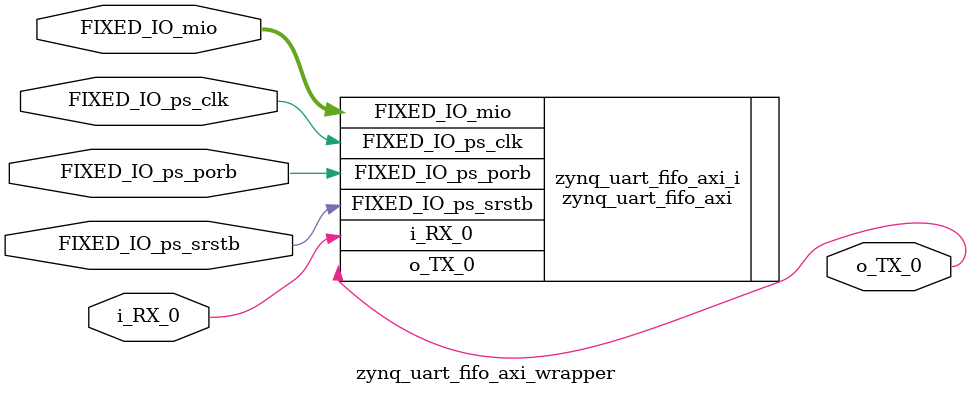
<source format=v>
`timescale 1 ps / 1 ps

module zynq_uart_fifo_axi_wrapper
   (FIXED_IO_mio,
    FIXED_IO_ps_clk,
    FIXED_IO_ps_porb,
    FIXED_IO_ps_srstb,
    i_RX_0,
    o_TX_0);
  inout [53:0]FIXED_IO_mio;
  inout FIXED_IO_ps_clk;
  inout FIXED_IO_ps_porb;
  inout FIXED_IO_ps_srstb;
  input i_RX_0;
  output o_TX_0;

  wire [53:0]FIXED_IO_mio;
  wire FIXED_IO_ps_clk;
  wire FIXED_IO_ps_porb;
  wire FIXED_IO_ps_srstb;
  wire i_RX_0;
  wire o_TX_0;

  zynq_uart_fifo_axi zynq_uart_fifo_axi_i
       (.FIXED_IO_mio(FIXED_IO_mio),
        .FIXED_IO_ps_clk(FIXED_IO_ps_clk),
        .FIXED_IO_ps_porb(FIXED_IO_ps_porb),
        .FIXED_IO_ps_srstb(FIXED_IO_ps_srstb),
        .i_RX_0(i_RX_0),
        .o_TX_0(o_TX_0));
endmodule

</source>
